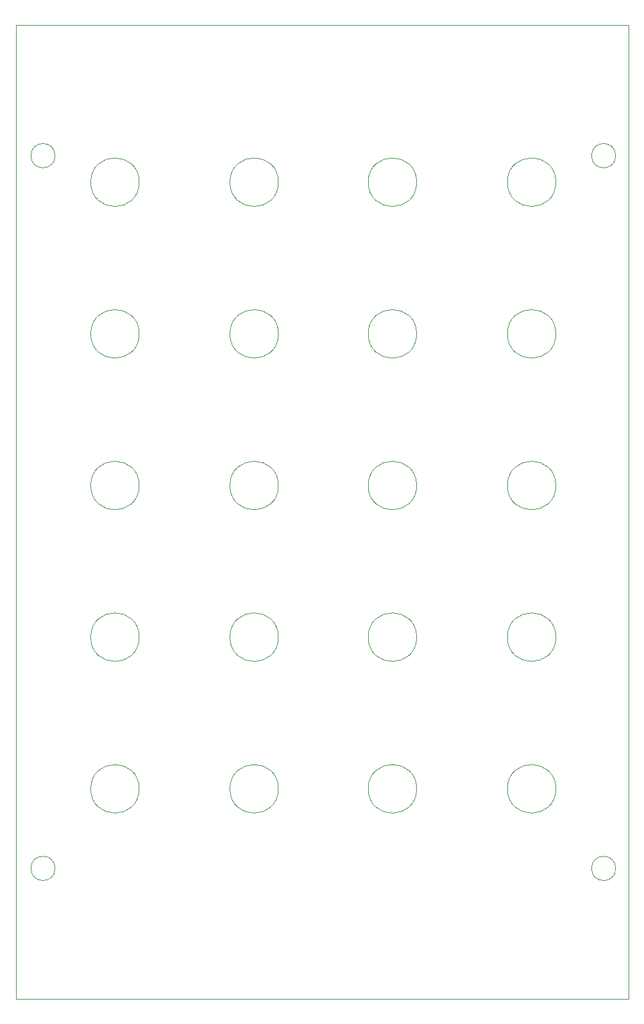
<source format=gm1>
G04 #@! TF.GenerationSoftware,KiCad,Pcbnew,(6.0.11-0)*
G04 #@! TF.CreationDate,2023-03-26T21:43:42+01:00*
G04 #@! TF.ProjectId,panel,70616e65-6c2e-46b6-9963-61645f706362,rev?*
G04 #@! TF.SameCoordinates,Original*
G04 #@! TF.FileFunction,Profile,NP*
%FSLAX46Y46*%
G04 Gerber Fmt 4.6, Leading zero omitted, Abs format (unit mm)*
G04 Created by KiCad (PCBNEW (6.0.11-0)) date 2023-03-26 21:43:42*
%MOMM*%
%LPD*%
G01*
G04 APERTURE LIST*
G04 #@! TA.AperFunction,Profile*
%ADD10C,0.100000*%
G04 #@! TD*
G04 APERTURE END LIST*
D10*
X80900000Y0D02*
X80900000Y-128500000D01*
X0Y-128500000D02*
X0Y0D01*
X52925000Y-80750000D02*
G75*
G03*
X52925000Y-80750000I-3200000J0D01*
G01*
X5200000Y-111250000D02*
G75*
G03*
X5200000Y-111250000I-1600000J0D01*
G01*
X34675000Y-60750000D02*
G75*
G03*
X34675000Y-60750000I-3200000J0D01*
G01*
X16300000Y-40750000D02*
G75*
G03*
X16300000Y-40750000I-3200000J0D01*
G01*
X16300000Y-20750000D02*
G75*
G03*
X16300000Y-20750000I-3200000J0D01*
G01*
X34675000Y-80750000D02*
G75*
G03*
X34675000Y-80750000I-3200000J0D01*
G01*
X79200000Y-111250000D02*
G75*
G03*
X79200000Y-111250000I-1600000J0D01*
G01*
X71300000Y-20750000D02*
G75*
G03*
X71300000Y-20750000I-3200000J0D01*
G01*
X52925000Y-20750000D02*
G75*
G03*
X52925000Y-20750000I-3200000J0D01*
G01*
X71300000Y-40750000D02*
G75*
G03*
X71300000Y-40750000I-3200000J0D01*
G01*
X71300000Y-80750000D02*
G75*
G03*
X71300000Y-80750000I-3200000J0D01*
G01*
X0Y0D02*
X80900000Y0D01*
X52925000Y-60750000D02*
G75*
G03*
X52925000Y-60750000I-3200000J0D01*
G01*
X34675000Y-20750000D02*
G75*
G03*
X34675000Y-20750000I-3200000J0D01*
G01*
X5200000Y-17250000D02*
G75*
G03*
X5200000Y-17250000I-1600000J0D01*
G01*
X16300000Y-100750000D02*
G75*
G03*
X16300000Y-100750000I-3200000J0D01*
G01*
X34675000Y-40750000D02*
G75*
G03*
X34675000Y-40750000I-3200000J0D01*
G01*
X80900000Y-128500000D02*
X0Y-128500000D01*
X34675000Y-100750000D02*
G75*
G03*
X34675000Y-100750000I-3200000J0D01*
G01*
X71300000Y-100750000D02*
G75*
G03*
X71300000Y-100750000I-3200000J0D01*
G01*
X16300000Y-60750000D02*
G75*
G03*
X16300000Y-60750000I-3200000J0D01*
G01*
X71300000Y-60750000D02*
G75*
G03*
X71300000Y-60750000I-3200000J0D01*
G01*
X52925000Y-40750000D02*
G75*
G03*
X52925000Y-40750000I-3200000J0D01*
G01*
X16300000Y-80750000D02*
G75*
G03*
X16300000Y-80750000I-3200000J0D01*
G01*
X79200000Y-17250000D02*
G75*
G03*
X79200000Y-17250000I-1600000J0D01*
G01*
X52925000Y-100750000D02*
G75*
G03*
X52925000Y-100750000I-3200000J0D01*
G01*
M02*

</source>
